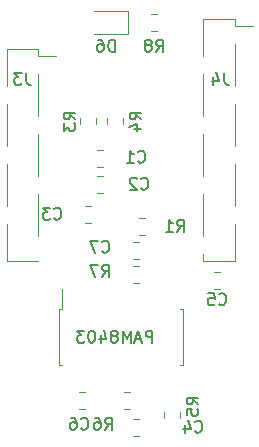
<source format=gbr>
%TF.GenerationSoftware,KiCad,Pcbnew,(5.1.10)-1*%
%TF.CreationDate,2022-02-17T21:59:24+01:00*%
%TF.ProjectId,TinyLora102,54696e79-4c6f-4726-9131-30322e6b6963,rev?*%
%TF.SameCoordinates,Original*%
%TF.FileFunction,Legend,Bot*%
%TF.FilePolarity,Positive*%
%FSLAX46Y46*%
G04 Gerber Fmt 4.6, Leading zero omitted, Abs format (unit mm)*
G04 Created by KiCad (PCBNEW (5.1.10)-1) date 2022-02-17 21:59:24*
%MOMM*%
%LPD*%
G01*
G04 APERTURE LIST*
%ADD10C,0.120000*%
%ADD11C,0.150000*%
G04 APERTURE END LIST*
D10*
%TO.C,D6*%
X111668000Y-102484000D02*
X108808000Y-102484000D01*
X111668000Y-100564000D02*
X111668000Y-102484000D01*
X108808000Y-100564000D02*
X111668000Y-100564000D01*
%TO.C,R8*%
X114133252Y-102234000D02*
X113610748Y-102234000D01*
X114133252Y-100814000D02*
X113610748Y-100814000D01*
%TO.C,PAM8403*%
X106073000Y-125809000D02*
X106073000Y-124144000D01*
X105818000Y-125809000D02*
X106073000Y-125809000D01*
X105818000Y-128194000D02*
X105818000Y-125809000D01*
X105818000Y-130579000D02*
X106073000Y-130579000D01*
X105818000Y-128194000D02*
X105818000Y-130579000D01*
X116338000Y-125809000D02*
X116083000Y-125809000D01*
X116338000Y-128194000D02*
X116338000Y-125809000D01*
X116338000Y-130579000D02*
X116083000Y-130579000D01*
X116338000Y-128194000D02*
X116338000Y-130579000D01*
%TO.C,R7*%
X112609252Y-123570000D02*
X112086748Y-123570000D01*
X112609252Y-122150000D02*
X112086748Y-122150000D01*
%TO.C,R6*%
X111847252Y-134238000D02*
X111324748Y-134238000D01*
X111847252Y-132818000D02*
X111324748Y-132818000D01*
%TO.C,R5*%
X116106000Y-134536748D02*
X116106000Y-135059252D01*
X114686000Y-134536748D02*
X114686000Y-135059252D01*
%TO.C,R1*%
X112594748Y-118086000D02*
X113117252Y-118086000D01*
X112594748Y-119506000D02*
X113117252Y-119506000D01*
%TO.C,C7*%
X112086748Y-120118000D02*
X112609252Y-120118000D01*
X112086748Y-121538000D02*
X112609252Y-121538000D01*
%TO.C,C6*%
X108037252Y-134238000D02*
X107514748Y-134238000D01*
X108037252Y-132818000D02*
X107514748Y-132818000D01*
%TO.C,C5*%
X118944748Y-122658000D02*
X119467252Y-122658000D01*
X118944748Y-124078000D02*
X119467252Y-124078000D01*
%TO.C,C4*%
X112086748Y-135104000D02*
X112609252Y-135104000D01*
X112086748Y-136524000D02*
X112609252Y-136524000D01*
%TO.C,C3*%
X108545252Y-118490000D02*
X108022748Y-118490000D01*
X108545252Y-117070000D02*
X108022748Y-117070000D01*
%TO.C,R4*%
X111280000Y-109644748D02*
X111280000Y-110167252D01*
X109860000Y-109644748D02*
X109860000Y-110167252D01*
%TO.C,R3*%
X107574000Y-110167252D02*
X107574000Y-109644748D01*
X108994000Y-110167252D02*
X108994000Y-109644748D01*
%TO.C,J4*%
X120690000Y-118590000D02*
X120690000Y-121700000D01*
X120690000Y-113510000D02*
X120690000Y-117070000D01*
X120690000Y-108430000D02*
X120690000Y-111990000D01*
X120690000Y-103350000D02*
X120690000Y-106910000D01*
X118030000Y-116050000D02*
X118030000Y-119610000D01*
X118030000Y-110970000D02*
X118030000Y-114530000D01*
X118030000Y-105890000D02*
X118030000Y-109450000D01*
X118030000Y-121130000D02*
X118030000Y-121700000D01*
X120690000Y-101260000D02*
X120690000Y-101830000D01*
X120690000Y-101830000D02*
X122210000Y-101830000D01*
X118030000Y-101260000D02*
X118030000Y-104370000D01*
X120690000Y-121700000D02*
X118030000Y-121700000D01*
X120690000Y-101260000D02*
X118030000Y-101260000D01*
%TO.C,J3*%
X104070000Y-116076000D02*
X104070000Y-119636000D01*
X104070000Y-110996000D02*
X104070000Y-114556000D01*
X104070000Y-105916000D02*
X104070000Y-109476000D01*
X101410000Y-118616000D02*
X101410000Y-121726000D01*
X101410000Y-113536000D02*
X101410000Y-117096000D01*
X101410000Y-108456000D02*
X101410000Y-112016000D01*
X101410000Y-121156000D02*
X101410000Y-121726000D01*
X104070000Y-103826000D02*
X104070000Y-104396000D01*
X104070000Y-104396000D02*
X105590000Y-104396000D01*
X101410000Y-103826000D02*
X101410000Y-106936000D01*
X104070000Y-121726000D02*
X101410000Y-121726000D01*
X104070000Y-103826000D02*
X101410000Y-103826000D01*
%TO.C,C2*%
X109038748Y-114530000D02*
X109561252Y-114530000D01*
X109038748Y-115950000D02*
X109561252Y-115950000D01*
%TO.C,C1*%
X109561252Y-113740000D02*
X109038748Y-113740000D01*
X109561252Y-112320000D02*
X109038748Y-112320000D01*
%TO.C,D6*%
D11*
X110546095Y-104008380D02*
X110546095Y-103008380D01*
X110308000Y-103008380D01*
X110165142Y-103056000D01*
X110069904Y-103151238D01*
X110022285Y-103246476D01*
X109974666Y-103436952D01*
X109974666Y-103579809D01*
X110022285Y-103770285D01*
X110069904Y-103865523D01*
X110165142Y-103960761D01*
X110308000Y-104008380D01*
X110546095Y-104008380D01*
X109117523Y-103008380D02*
X109308000Y-103008380D01*
X109403238Y-103056000D01*
X109450857Y-103103619D01*
X109546095Y-103246476D01*
X109593714Y-103436952D01*
X109593714Y-103817904D01*
X109546095Y-103913142D01*
X109498476Y-103960761D01*
X109403238Y-104008380D01*
X109212761Y-104008380D01*
X109117523Y-103960761D01*
X109069904Y-103913142D01*
X109022285Y-103817904D01*
X109022285Y-103579809D01*
X109069904Y-103484571D01*
X109117523Y-103436952D01*
X109212761Y-103389333D01*
X109403238Y-103389333D01*
X109498476Y-103436952D01*
X109546095Y-103484571D01*
X109593714Y-103579809D01*
%TO.C,R8*%
X114038666Y-104008380D02*
X114372000Y-103532190D01*
X114610095Y-104008380D02*
X114610095Y-103008380D01*
X114229142Y-103008380D01*
X114133904Y-103056000D01*
X114086285Y-103103619D01*
X114038666Y-103198857D01*
X114038666Y-103341714D01*
X114086285Y-103436952D01*
X114133904Y-103484571D01*
X114229142Y-103532190D01*
X114610095Y-103532190D01*
X113467238Y-103436952D02*
X113562476Y-103389333D01*
X113610095Y-103341714D01*
X113657714Y-103246476D01*
X113657714Y-103198857D01*
X113610095Y-103103619D01*
X113562476Y-103056000D01*
X113467238Y-103008380D01*
X113276761Y-103008380D01*
X113181523Y-103056000D01*
X113133904Y-103103619D01*
X113086285Y-103198857D01*
X113086285Y-103246476D01*
X113133904Y-103341714D01*
X113181523Y-103389333D01*
X113276761Y-103436952D01*
X113467238Y-103436952D01*
X113562476Y-103484571D01*
X113610095Y-103532190D01*
X113657714Y-103627428D01*
X113657714Y-103817904D01*
X113610095Y-103913142D01*
X113562476Y-103960761D01*
X113467238Y-104008380D01*
X113276761Y-104008380D01*
X113181523Y-103960761D01*
X113133904Y-103913142D01*
X113086285Y-103817904D01*
X113086285Y-103627428D01*
X113133904Y-103532190D01*
X113181523Y-103484571D01*
X113276761Y-103436952D01*
%TO.C,PAM8403*%
X113736666Y-128646380D02*
X113736666Y-127646380D01*
X113355714Y-127646380D01*
X113260476Y-127694000D01*
X113212857Y-127741619D01*
X113165238Y-127836857D01*
X113165238Y-127979714D01*
X113212857Y-128074952D01*
X113260476Y-128122571D01*
X113355714Y-128170190D01*
X113736666Y-128170190D01*
X112784285Y-128360666D02*
X112308095Y-128360666D01*
X112879523Y-128646380D02*
X112546190Y-127646380D01*
X112212857Y-128646380D01*
X111879523Y-128646380D02*
X111879523Y-127646380D01*
X111546190Y-128360666D01*
X111212857Y-127646380D01*
X111212857Y-128646380D01*
X110593809Y-128074952D02*
X110689047Y-128027333D01*
X110736666Y-127979714D01*
X110784285Y-127884476D01*
X110784285Y-127836857D01*
X110736666Y-127741619D01*
X110689047Y-127694000D01*
X110593809Y-127646380D01*
X110403333Y-127646380D01*
X110308095Y-127694000D01*
X110260476Y-127741619D01*
X110212857Y-127836857D01*
X110212857Y-127884476D01*
X110260476Y-127979714D01*
X110308095Y-128027333D01*
X110403333Y-128074952D01*
X110593809Y-128074952D01*
X110689047Y-128122571D01*
X110736666Y-128170190D01*
X110784285Y-128265428D01*
X110784285Y-128455904D01*
X110736666Y-128551142D01*
X110689047Y-128598761D01*
X110593809Y-128646380D01*
X110403333Y-128646380D01*
X110308095Y-128598761D01*
X110260476Y-128551142D01*
X110212857Y-128455904D01*
X110212857Y-128265428D01*
X110260476Y-128170190D01*
X110308095Y-128122571D01*
X110403333Y-128074952D01*
X109355714Y-127979714D02*
X109355714Y-128646380D01*
X109593809Y-127598761D02*
X109831904Y-128313047D01*
X109212857Y-128313047D01*
X108641428Y-127646380D02*
X108546190Y-127646380D01*
X108450952Y-127694000D01*
X108403333Y-127741619D01*
X108355714Y-127836857D01*
X108308095Y-128027333D01*
X108308095Y-128265428D01*
X108355714Y-128455904D01*
X108403333Y-128551142D01*
X108450952Y-128598761D01*
X108546190Y-128646380D01*
X108641428Y-128646380D01*
X108736666Y-128598761D01*
X108784285Y-128551142D01*
X108831904Y-128455904D01*
X108879523Y-128265428D01*
X108879523Y-128027333D01*
X108831904Y-127836857D01*
X108784285Y-127741619D01*
X108736666Y-127694000D01*
X108641428Y-127646380D01*
X107974761Y-127646380D02*
X107355714Y-127646380D01*
X107689047Y-128027333D01*
X107546190Y-128027333D01*
X107450952Y-128074952D01*
X107403333Y-128122571D01*
X107355714Y-128217809D01*
X107355714Y-128455904D01*
X107403333Y-128551142D01*
X107450952Y-128598761D01*
X107546190Y-128646380D01*
X107831904Y-128646380D01*
X107927142Y-128598761D01*
X107974761Y-128551142D01*
%TO.C,R7*%
X109466666Y-123058380D02*
X109800000Y-122582190D01*
X110038095Y-123058380D02*
X110038095Y-122058380D01*
X109657142Y-122058380D01*
X109561904Y-122106000D01*
X109514285Y-122153619D01*
X109466666Y-122248857D01*
X109466666Y-122391714D01*
X109514285Y-122486952D01*
X109561904Y-122534571D01*
X109657142Y-122582190D01*
X110038095Y-122582190D01*
X109133333Y-122058380D02*
X108466666Y-122058380D01*
X108895238Y-123058380D01*
%TO.C,R6*%
X109720666Y-136012380D02*
X110054000Y-135536190D01*
X110292095Y-136012380D02*
X110292095Y-135012380D01*
X109911142Y-135012380D01*
X109815904Y-135060000D01*
X109768285Y-135107619D01*
X109720666Y-135202857D01*
X109720666Y-135345714D01*
X109768285Y-135440952D01*
X109815904Y-135488571D01*
X109911142Y-135536190D01*
X110292095Y-135536190D01*
X108863523Y-135012380D02*
X109054000Y-135012380D01*
X109149238Y-135060000D01*
X109196857Y-135107619D01*
X109292095Y-135250476D01*
X109339714Y-135440952D01*
X109339714Y-135821904D01*
X109292095Y-135917142D01*
X109244476Y-135964761D01*
X109149238Y-136012380D01*
X108958761Y-136012380D01*
X108863523Y-135964761D01*
X108815904Y-135917142D01*
X108768285Y-135821904D01*
X108768285Y-135583809D01*
X108815904Y-135488571D01*
X108863523Y-135440952D01*
X108958761Y-135393333D01*
X109149238Y-135393333D01*
X109244476Y-135440952D01*
X109292095Y-135488571D01*
X109339714Y-135583809D01*
%TO.C,R5*%
X117626380Y-133869333D02*
X117150190Y-133536000D01*
X117626380Y-133297904D02*
X116626380Y-133297904D01*
X116626380Y-133678857D01*
X116674000Y-133774095D01*
X116721619Y-133821714D01*
X116816857Y-133869333D01*
X116959714Y-133869333D01*
X117054952Y-133821714D01*
X117102571Y-133774095D01*
X117150190Y-133678857D01*
X117150190Y-133297904D01*
X116626380Y-134774095D02*
X116626380Y-134297904D01*
X117102571Y-134250285D01*
X117054952Y-134297904D01*
X117007333Y-134393142D01*
X117007333Y-134631238D01*
X117054952Y-134726476D01*
X117102571Y-134774095D01*
X117197809Y-134821714D01*
X117435904Y-134821714D01*
X117531142Y-134774095D01*
X117578761Y-134726476D01*
X117626380Y-134631238D01*
X117626380Y-134393142D01*
X117578761Y-134297904D01*
X117531142Y-134250285D01*
%TO.C,R1*%
X115816666Y-119248380D02*
X116150000Y-118772190D01*
X116388095Y-119248380D02*
X116388095Y-118248380D01*
X116007142Y-118248380D01*
X115911904Y-118296000D01*
X115864285Y-118343619D01*
X115816666Y-118438857D01*
X115816666Y-118581714D01*
X115864285Y-118676952D01*
X115911904Y-118724571D01*
X116007142Y-118772190D01*
X116388095Y-118772190D01*
X114864285Y-119248380D02*
X115435714Y-119248380D01*
X115150000Y-119248380D02*
X115150000Y-118248380D01*
X115245238Y-118391238D01*
X115340476Y-118486476D01*
X115435714Y-118534095D01*
%TO.C,C7*%
X109466666Y-120931142D02*
X109514285Y-120978761D01*
X109657142Y-121026380D01*
X109752380Y-121026380D01*
X109895238Y-120978761D01*
X109990476Y-120883523D01*
X110038095Y-120788285D01*
X110085714Y-120597809D01*
X110085714Y-120454952D01*
X110038095Y-120264476D01*
X109990476Y-120169238D01*
X109895238Y-120074000D01*
X109752380Y-120026380D01*
X109657142Y-120026380D01*
X109514285Y-120074000D01*
X109466666Y-120121619D01*
X109133333Y-120026380D02*
X108466666Y-120026380D01*
X108895238Y-121026380D01*
%TO.C,C6*%
X107688666Y-135917142D02*
X107736285Y-135964761D01*
X107879142Y-136012380D01*
X107974380Y-136012380D01*
X108117238Y-135964761D01*
X108212476Y-135869523D01*
X108260095Y-135774285D01*
X108307714Y-135583809D01*
X108307714Y-135440952D01*
X108260095Y-135250476D01*
X108212476Y-135155238D01*
X108117238Y-135060000D01*
X107974380Y-135012380D01*
X107879142Y-135012380D01*
X107736285Y-135060000D01*
X107688666Y-135107619D01*
X106831523Y-135012380D02*
X107022000Y-135012380D01*
X107117238Y-135060000D01*
X107164857Y-135107619D01*
X107260095Y-135250476D01*
X107307714Y-135440952D01*
X107307714Y-135821904D01*
X107260095Y-135917142D01*
X107212476Y-135964761D01*
X107117238Y-136012380D01*
X106926761Y-136012380D01*
X106831523Y-135964761D01*
X106783904Y-135917142D01*
X106736285Y-135821904D01*
X106736285Y-135583809D01*
X106783904Y-135488571D01*
X106831523Y-135440952D01*
X106926761Y-135393333D01*
X107117238Y-135393333D01*
X107212476Y-135440952D01*
X107260095Y-135488571D01*
X107307714Y-135583809D01*
%TO.C,C5*%
X119372666Y-125375142D02*
X119420285Y-125422761D01*
X119563142Y-125470380D01*
X119658380Y-125470380D01*
X119801238Y-125422761D01*
X119896476Y-125327523D01*
X119944095Y-125232285D01*
X119991714Y-125041809D01*
X119991714Y-124898952D01*
X119944095Y-124708476D01*
X119896476Y-124613238D01*
X119801238Y-124518000D01*
X119658380Y-124470380D01*
X119563142Y-124470380D01*
X119420285Y-124518000D01*
X119372666Y-124565619D01*
X118467904Y-124470380D02*
X118944095Y-124470380D01*
X118991714Y-124946571D01*
X118944095Y-124898952D01*
X118848857Y-124851333D01*
X118610761Y-124851333D01*
X118515523Y-124898952D01*
X118467904Y-124946571D01*
X118420285Y-125041809D01*
X118420285Y-125279904D01*
X118467904Y-125375142D01*
X118515523Y-125422761D01*
X118610761Y-125470380D01*
X118848857Y-125470380D01*
X118944095Y-125422761D01*
X118991714Y-125375142D01*
%TO.C,C4*%
X117340666Y-136171142D02*
X117388285Y-136218761D01*
X117531142Y-136266380D01*
X117626380Y-136266380D01*
X117769238Y-136218761D01*
X117864476Y-136123523D01*
X117912095Y-136028285D01*
X117959714Y-135837809D01*
X117959714Y-135694952D01*
X117912095Y-135504476D01*
X117864476Y-135409238D01*
X117769238Y-135314000D01*
X117626380Y-135266380D01*
X117531142Y-135266380D01*
X117388285Y-135314000D01*
X117340666Y-135361619D01*
X116483523Y-135599714D02*
X116483523Y-136266380D01*
X116721619Y-135218761D02*
X116959714Y-135933047D01*
X116340666Y-135933047D01*
%TO.C,C3*%
X105402666Y-118137142D02*
X105450285Y-118184761D01*
X105593142Y-118232380D01*
X105688380Y-118232380D01*
X105831238Y-118184761D01*
X105926476Y-118089523D01*
X105974095Y-117994285D01*
X106021714Y-117803809D01*
X106021714Y-117660952D01*
X105974095Y-117470476D01*
X105926476Y-117375238D01*
X105831238Y-117280000D01*
X105688380Y-117232380D01*
X105593142Y-117232380D01*
X105450285Y-117280000D01*
X105402666Y-117327619D01*
X105069333Y-117232380D02*
X104450285Y-117232380D01*
X104783619Y-117613333D01*
X104640761Y-117613333D01*
X104545523Y-117660952D01*
X104497904Y-117708571D01*
X104450285Y-117803809D01*
X104450285Y-118041904D01*
X104497904Y-118137142D01*
X104545523Y-118184761D01*
X104640761Y-118232380D01*
X104926476Y-118232380D01*
X105021714Y-118184761D01*
X105069333Y-118137142D01*
%TO.C,R4*%
X112800380Y-109739333D02*
X112324190Y-109406000D01*
X112800380Y-109167904D02*
X111800380Y-109167904D01*
X111800380Y-109548857D01*
X111848000Y-109644095D01*
X111895619Y-109691714D01*
X111990857Y-109739333D01*
X112133714Y-109739333D01*
X112228952Y-109691714D01*
X112276571Y-109644095D01*
X112324190Y-109548857D01*
X112324190Y-109167904D01*
X112133714Y-110596476D02*
X112800380Y-110596476D01*
X111752761Y-110358380D02*
X112467047Y-110120285D01*
X112467047Y-110739333D01*
%TO.C,R3*%
X107212380Y-109739333D02*
X106736190Y-109406000D01*
X107212380Y-109167904D02*
X106212380Y-109167904D01*
X106212380Y-109548857D01*
X106260000Y-109644095D01*
X106307619Y-109691714D01*
X106402857Y-109739333D01*
X106545714Y-109739333D01*
X106640952Y-109691714D01*
X106688571Y-109644095D01*
X106736190Y-109548857D01*
X106736190Y-109167904D01*
X106212380Y-110072666D02*
X106212380Y-110691714D01*
X106593333Y-110358380D01*
X106593333Y-110501238D01*
X106640952Y-110596476D01*
X106688571Y-110644095D01*
X106783809Y-110691714D01*
X107021904Y-110691714D01*
X107117142Y-110644095D01*
X107164761Y-110596476D01*
X107212380Y-110501238D01*
X107212380Y-110215523D01*
X107164761Y-110120285D01*
X107117142Y-110072666D01*
%TO.C,J4*%
X119793333Y-105802380D02*
X119793333Y-106516666D01*
X119840952Y-106659523D01*
X119936190Y-106754761D01*
X120079047Y-106802380D01*
X120174285Y-106802380D01*
X118888571Y-106135714D02*
X118888571Y-106802380D01*
X119126666Y-105754761D02*
X119364761Y-106469047D01*
X118745714Y-106469047D01*
%TO.C,J3*%
X103029333Y-105802380D02*
X103029333Y-106516666D01*
X103076952Y-106659523D01*
X103172190Y-106754761D01*
X103315047Y-106802380D01*
X103410285Y-106802380D01*
X102648380Y-105802380D02*
X102029333Y-105802380D01*
X102362666Y-106183333D01*
X102219809Y-106183333D01*
X102124571Y-106230952D01*
X102076952Y-106278571D01*
X102029333Y-106373809D01*
X102029333Y-106611904D01*
X102076952Y-106707142D01*
X102124571Y-106754761D01*
X102219809Y-106802380D01*
X102505523Y-106802380D01*
X102600761Y-106754761D01*
X102648380Y-106707142D01*
%TO.C,C2*%
X112768666Y-115597142D02*
X112816285Y-115644761D01*
X112959142Y-115692380D01*
X113054380Y-115692380D01*
X113197238Y-115644761D01*
X113292476Y-115549523D01*
X113340095Y-115454285D01*
X113387714Y-115263809D01*
X113387714Y-115120952D01*
X113340095Y-114930476D01*
X113292476Y-114835238D01*
X113197238Y-114740000D01*
X113054380Y-114692380D01*
X112959142Y-114692380D01*
X112816285Y-114740000D01*
X112768666Y-114787619D01*
X112387714Y-114787619D02*
X112340095Y-114740000D01*
X112244857Y-114692380D01*
X112006761Y-114692380D01*
X111911523Y-114740000D01*
X111863904Y-114787619D01*
X111816285Y-114882857D01*
X111816285Y-114978095D01*
X111863904Y-115120952D01*
X112435333Y-115692380D01*
X111816285Y-115692380D01*
%TO.C,C1*%
X112514666Y-113311142D02*
X112562285Y-113358761D01*
X112705142Y-113406380D01*
X112800380Y-113406380D01*
X112943238Y-113358761D01*
X113038476Y-113263523D01*
X113086095Y-113168285D01*
X113133714Y-112977809D01*
X113133714Y-112834952D01*
X113086095Y-112644476D01*
X113038476Y-112549238D01*
X112943238Y-112454000D01*
X112800380Y-112406380D01*
X112705142Y-112406380D01*
X112562285Y-112454000D01*
X112514666Y-112501619D01*
X111562285Y-113406380D02*
X112133714Y-113406380D01*
X111848000Y-113406380D02*
X111848000Y-112406380D01*
X111943238Y-112549238D01*
X112038476Y-112644476D01*
X112133714Y-112692095D01*
%TD*%
M02*

</source>
